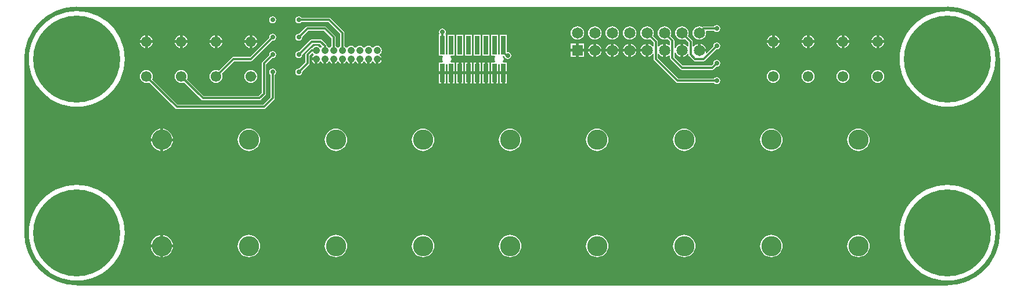
<source format=gtl>
G04*
G04 #@! TF.GenerationSoftware,Altium Limited,Altium Designer,19.1.7 (138)*
G04*
G04 Layer_Physical_Order=1*
G04 Layer_Color=255*
%FSLAX25Y25*%
%MOIN*%
G70*
G01*
G75*
%ADD12C,0.00100*%
%ADD13R,0.02913X0.10984*%
%ADD18C,0.11614*%
%ADD21C,0.01200*%
%ADD22C,0.06496*%
%ADD23R,0.06496X0.06496*%
%ADD24C,0.00394*%
%ADD25C,0.04134*%
%ADD26C,0.06102*%
%ADD27C,0.02800*%
%ADD28C,0.50000*%
G36*
X634407Y259711D02*
X637298Y259136D01*
X640119Y258280D01*
X642842Y257152D01*
X645442Y255763D01*
X647893Y254125D01*
X650171Y252255D01*
X652255Y250171D01*
X654125Y247892D01*
X655763Y245442D01*
X657152Y242842D01*
X658280Y240119D01*
X659136Y237298D01*
X659711Y234407D01*
X660000Y231474D01*
Y230000D01*
X660000D01*
X660000Y130000D01*
X660000Y128526D01*
X659711Y125593D01*
X659136Y122702D01*
X658280Y119881D01*
X657152Y117158D01*
X655763Y114558D01*
X654125Y112107D01*
X652255Y109829D01*
X650171Y107745D01*
X647893Y105875D01*
X645442Y104237D01*
X642842Y102848D01*
X640119Y101720D01*
X637298Y100864D01*
X634407Y100289D01*
X631474Y100000D01*
X630000Y100000D01*
X130000Y100000D01*
X128526Y100000D01*
X125593Y100289D01*
X122702Y100864D01*
X119881Y101720D01*
X117158Y102848D01*
X114558Y104237D01*
X112107Y105875D01*
X109829Y107745D01*
X107745Y109829D01*
X105875Y112107D01*
X104237Y114558D01*
X102848Y117158D01*
X101720Y119881D01*
X100864Y122702D01*
X100289Y125593D01*
X100000Y128526D01*
X100000Y130000D01*
X100000Y230000D01*
Y231474D01*
X100289Y234407D01*
X100864Y237298D01*
X101720Y240119D01*
X102848Y242842D01*
X104237Y245442D01*
X105875Y247892D01*
X107745Y250171D01*
X109829Y252255D01*
X112107Y254125D01*
X114558Y255763D01*
X117158Y257152D01*
X119881Y258280D01*
X122702Y259136D01*
X125593Y259711D01*
X128526Y260000D01*
X130000Y260000D01*
X130000Y260000D01*
X630000Y260000D01*
X631474D01*
X634407Y259711D01*
D02*
G37*
%LPC*%
G36*
X242500Y254539D02*
X241720Y254384D01*
X241058Y253942D01*
X240616Y253280D01*
X240461Y252500D01*
X240616Y251720D01*
X241058Y251058D01*
X241720Y250616D01*
X242500Y250461D01*
X243280Y250616D01*
X243942Y251058D01*
X244384Y251720D01*
X244539Y252500D01*
X244384Y253280D01*
X243942Y253942D01*
X243280Y254384D01*
X242500Y254539D01*
D02*
G37*
G36*
X497500Y249539D02*
X496720Y249384D01*
X496058Y248942D01*
X495912Y248724D01*
X490000D01*
X489532Y248630D01*
X489248Y248441D01*
X488505Y248749D01*
X487500Y248881D01*
X486495Y248749D01*
X485559Y248361D01*
X484756Y247744D01*
X484139Y246941D01*
X483751Y246005D01*
X483619Y245000D01*
X483751Y243995D01*
X484139Y243059D01*
X484756Y242256D01*
X485559Y241639D01*
X486495Y241251D01*
X487500Y241119D01*
X488505Y241251D01*
X489441Y241639D01*
X490244Y242256D01*
X490861Y243059D01*
X491249Y243995D01*
X491381Y245000D01*
X491279Y245777D01*
X491625Y246276D01*
X495912D01*
X496058Y246058D01*
X496720Y245616D01*
X497500Y245461D01*
X498280Y245616D01*
X498942Y246058D01*
X499384Y246720D01*
X499539Y247500D01*
X499384Y248280D01*
X498942Y248942D01*
X498280Y249384D01*
X497500Y249539D01*
D02*
G37*
G36*
X447500Y248881D02*
X446495Y248749D01*
X445559Y248361D01*
X444756Y247744D01*
X444139Y246941D01*
X443751Y246005D01*
X443619Y245000D01*
X443751Y243995D01*
X444139Y243059D01*
X444756Y242256D01*
X445559Y241639D01*
X446495Y241251D01*
X447500Y241119D01*
X448504Y241251D01*
X449441Y241639D01*
X450244Y242256D01*
X450861Y243059D01*
X451249Y243995D01*
X451381Y245000D01*
X451249Y246005D01*
X450861Y246941D01*
X450244Y247744D01*
X449441Y248361D01*
X448504Y248749D01*
X447500Y248881D01*
D02*
G37*
G36*
X437500D02*
X436495Y248749D01*
X435559Y248361D01*
X434756Y247744D01*
X434139Y246941D01*
X433751Y246005D01*
X433619Y245000D01*
X433751Y243995D01*
X434139Y243059D01*
X434756Y242256D01*
X435559Y241639D01*
X436495Y241251D01*
X437500Y241119D01*
X438505Y241251D01*
X439441Y241639D01*
X440244Y242256D01*
X440861Y243059D01*
X441249Y243995D01*
X441381Y245000D01*
X441249Y246005D01*
X440861Y246941D01*
X440244Y247744D01*
X439441Y248361D01*
X438505Y248749D01*
X437500Y248881D01*
D02*
G37*
G36*
X427500D02*
X426496Y248749D01*
X425559Y248361D01*
X424756Y247744D01*
X424139Y246941D01*
X423751Y246005D01*
X423619Y245000D01*
X423751Y243995D01*
X424139Y243059D01*
X424756Y242256D01*
X425559Y241639D01*
X426496Y241251D01*
X427500Y241119D01*
X428505Y241251D01*
X429441Y241639D01*
X430244Y242256D01*
X430861Y243059D01*
X431249Y243995D01*
X431381Y245000D01*
X431249Y246005D01*
X430861Y246941D01*
X430244Y247744D01*
X429441Y248361D01*
X428505Y248749D01*
X427500Y248881D01*
D02*
G37*
G36*
X417500D02*
X416496Y248749D01*
X415559Y248361D01*
X414756Y247744D01*
X414139Y246941D01*
X413751Y246005D01*
X413619Y245000D01*
X413751Y243995D01*
X414139Y243059D01*
X414756Y242256D01*
X415559Y241639D01*
X416496Y241251D01*
X417500Y241119D01*
X418504Y241251D01*
X419441Y241639D01*
X420244Y242256D01*
X420861Y243059D01*
X421249Y243995D01*
X421381Y245000D01*
X421249Y246005D01*
X420861Y246941D01*
X420244Y247744D01*
X419441Y248361D01*
X418504Y248749D01*
X417500Y248881D01*
D02*
G37*
G36*
X590800Y243577D02*
Y240800D01*
X593577D01*
X593557Y240953D01*
X593189Y241841D01*
X592604Y242604D01*
X591841Y243189D01*
X590953Y243557D01*
X590800Y243577D01*
D02*
G37*
G36*
X570800D02*
Y240800D01*
X573577D01*
X573557Y240953D01*
X573189Y241841D01*
X572604Y242604D01*
X571841Y243189D01*
X570953Y243557D01*
X570800Y243577D01*
D02*
G37*
G36*
X550800D02*
Y240800D01*
X553577D01*
X553557Y240953D01*
X553189Y241841D01*
X552604Y242604D01*
X551841Y243189D01*
X550953Y243557D01*
X550800Y243577D01*
D02*
G37*
G36*
X530800D02*
Y240800D01*
X533577D01*
X533557Y240953D01*
X533189Y241841D01*
X532604Y242604D01*
X531841Y243189D01*
X530953Y243557D01*
X530800Y243577D01*
D02*
G37*
G36*
X230800D02*
Y240800D01*
X233577D01*
X233557Y240953D01*
X233189Y241841D01*
X232604Y242604D01*
X231841Y243189D01*
X230953Y243557D01*
X230800Y243577D01*
D02*
G37*
G36*
X210800D02*
Y240800D01*
X213577D01*
X213557Y240953D01*
X213189Y241841D01*
X212604Y242604D01*
X211841Y243189D01*
X210953Y243557D01*
X210800Y243577D01*
D02*
G37*
G36*
X190800D02*
Y240800D01*
X193577D01*
X193557Y240953D01*
X193189Y241841D01*
X192604Y242604D01*
X191841Y243189D01*
X190953Y243557D01*
X190800Y243577D01*
D02*
G37*
G36*
X170800D02*
Y240800D01*
X173577D01*
X173557Y240953D01*
X173189Y241841D01*
X172604Y242604D01*
X171841Y243189D01*
X170953Y243557D01*
X170800Y243577D01*
D02*
G37*
G36*
X229200D02*
X229047Y243557D01*
X228159Y243189D01*
X227396Y242604D01*
X226811Y241841D01*
X226443Y240953D01*
X226423Y240800D01*
X229200D01*
Y243577D01*
D02*
G37*
G36*
X189200D02*
X189047Y243557D01*
X188159Y243189D01*
X187396Y242604D01*
X186811Y241841D01*
X186443Y240953D01*
X186423Y240800D01*
X189200D01*
Y243577D01*
D02*
G37*
G36*
X169200D02*
X169047Y243557D01*
X168159Y243189D01*
X167396Y242604D01*
X166811Y241841D01*
X166443Y240953D01*
X166423Y240800D01*
X169200D01*
Y243577D01*
D02*
G37*
G36*
X209200D02*
X209047Y243557D01*
X208159Y243189D01*
X207396Y242604D01*
X206811Y241841D01*
X206443Y240953D01*
X206423Y240800D01*
X209200D01*
Y243577D01*
D02*
G37*
G36*
X589200D02*
X589047Y243557D01*
X588159Y243189D01*
X587396Y242604D01*
X586811Y241841D01*
X586443Y240953D01*
X586423Y240800D01*
X589200D01*
Y243577D01*
D02*
G37*
G36*
X569200D02*
X569047Y243557D01*
X568159Y243189D01*
X567396Y242604D01*
X566811Y241841D01*
X566443Y240953D01*
X566423Y240800D01*
X569200D01*
Y243577D01*
D02*
G37*
G36*
X549200D02*
X549047Y243557D01*
X548159Y243189D01*
X547396Y242604D01*
X546811Y241841D01*
X546443Y240953D01*
X546423Y240800D01*
X549200D01*
Y243577D01*
D02*
G37*
G36*
X529200D02*
X529047Y243557D01*
X528159Y243189D01*
X527396Y242604D01*
X526811Y241841D01*
X526443Y240953D01*
X526423Y240800D01*
X529200D01*
Y243577D01*
D02*
G37*
G36*
X242500Y244539D02*
X241720Y244384D01*
X241058Y243942D01*
X240616Y243280D01*
X240461Y242500D01*
X240512Y242242D01*
X229493Y231224D01*
X220000D01*
X219532Y231130D01*
X219135Y230865D01*
X211571Y223301D01*
X210953Y223557D01*
X210000Y223683D01*
X209047Y223557D01*
X208159Y223189D01*
X207396Y222604D01*
X206811Y221841D01*
X206443Y220953D01*
X206317Y220000D01*
X206443Y219047D01*
X206811Y218159D01*
X207396Y217396D01*
X208159Y216811D01*
X209047Y216443D01*
X210000Y216317D01*
X210953Y216443D01*
X211841Y216811D01*
X212604Y217396D01*
X213189Y218159D01*
X213557Y219047D01*
X213683Y220000D01*
X213557Y220953D01*
X213301Y221571D01*
X220507Y228777D01*
X230000D01*
X230468Y228870D01*
X230865Y229135D01*
X242242Y240512D01*
X242500Y240461D01*
X243280Y240616D01*
X243942Y241058D01*
X244384Y241720D01*
X244539Y242500D01*
X244384Y243280D01*
X243942Y243942D01*
X243280Y244384D01*
X242500Y244539D01*
D02*
G37*
G36*
X467500Y248881D02*
X466496Y248749D01*
X465559Y248361D01*
X464756Y247744D01*
X464139Y246941D01*
X463751Y246005D01*
X463619Y245000D01*
X463751Y243995D01*
X464139Y243059D01*
X464756Y242256D01*
X465559Y241639D01*
X466496Y241251D01*
X467500Y241119D01*
X468504Y241251D01*
X469222Y241548D01*
X470724Y240045D01*
Y237896D01*
X470402Y237787D01*
X470225Y237760D01*
X469441Y238361D01*
X468504Y238749D01*
X468300Y238776D01*
Y235000D01*
Y231224D01*
X468504Y231251D01*
X469441Y231639D01*
X470225Y232240D01*
X470402Y232213D01*
X470724Y232103D01*
Y230552D01*
X470818Y230084D01*
X471083Y229687D01*
X476635Y224135D01*
X477032Y223870D01*
X477500Y223777D01*
X495000D01*
X495468Y223870D01*
X495865Y224135D01*
X497242Y225512D01*
X497500Y225461D01*
X498280Y225616D01*
X498942Y226058D01*
X499384Y226720D01*
X499539Y227500D01*
X499384Y228280D01*
X498942Y228942D01*
X498280Y229384D01*
X497500Y229539D01*
X496720Y229384D01*
X496058Y228942D01*
X495616Y228280D01*
X495461Y227500D01*
X495512Y227242D01*
X494493Y226223D01*
X478007D01*
X473172Y231059D01*
Y234566D01*
X473671Y234599D01*
X473751Y233996D01*
X474139Y233059D01*
X474756Y232256D01*
X475559Y231639D01*
X476496Y231251D01*
X476700Y231224D01*
Y235000D01*
Y238776D01*
X476496Y238749D01*
X475559Y238361D01*
X474756Y237744D01*
X474139Y236941D01*
X473751Y236004D01*
X473671Y235401D01*
X473172Y235434D01*
Y240552D01*
X473078Y241020D01*
X472813Y241417D01*
X470952Y243278D01*
X471249Y243995D01*
X471381Y245000D01*
X471249Y246005D01*
X470861Y246941D01*
X470244Y247744D01*
X469441Y248361D01*
X468504Y248749D01*
X467500Y248881D01*
D02*
G37*
G36*
X477500D02*
X476496Y248749D01*
X475559Y248361D01*
X474756Y247744D01*
X474139Y246941D01*
X473751Y246005D01*
X473619Y245000D01*
X473751Y243995D01*
X474139Y243059D01*
X474756Y242256D01*
X475559Y241639D01*
X476496Y241251D01*
X477500Y241119D01*
X478505Y241251D01*
X479222Y241548D01*
X481277Y239493D01*
Y237179D01*
X481267Y237173D01*
X480777Y237051D01*
X480244Y237744D01*
X479441Y238361D01*
X478505Y238749D01*
X478300Y238776D01*
Y235000D01*
Y231224D01*
X478505Y231251D01*
X479441Y231639D01*
X480244Y232256D01*
X480777Y232949D01*
X481267Y232827D01*
X481277Y232821D01*
Y232500D01*
X481370Y232032D01*
X481635Y231635D01*
X484135Y229135D01*
X484532Y228870D01*
X485000Y228777D01*
X490000D01*
X490468Y228870D01*
X490865Y229135D01*
X497242Y235512D01*
X497500Y235461D01*
X498280Y235616D01*
X498942Y236058D01*
X499384Y236720D01*
X499539Y237500D01*
X499384Y238280D01*
X498942Y238942D01*
X498280Y239384D01*
X497500Y239539D01*
X496720Y239384D01*
X496058Y238942D01*
X495616Y238280D01*
X495461Y237500D01*
X495512Y237242D01*
X491454Y233185D01*
X491030Y233468D01*
X491249Y233996D01*
X491276Y234200D01*
X487500D01*
Y235000D01*
X486700D01*
Y238776D01*
X486495Y238749D01*
X485559Y238361D01*
X484756Y237744D01*
X484224Y237051D01*
X483733Y237173D01*
X483723Y237179D01*
Y240000D01*
X483630Y240468D01*
X483365Y240865D01*
X480952Y243278D01*
X481249Y243995D01*
X481381Y245000D01*
X481249Y246005D01*
X480861Y246941D01*
X480244Y247744D01*
X479441Y248361D01*
X478505Y248749D01*
X477500Y248881D01*
D02*
G37*
G36*
X457500D02*
X456496Y248749D01*
X455559Y248361D01*
X454756Y247744D01*
X454139Y246941D01*
X453751Y246005D01*
X453619Y245000D01*
X453751Y243995D01*
X454139Y243059D01*
X454756Y242256D01*
X455559Y241639D01*
X456496Y241251D01*
X457500Y241119D01*
X458504Y241251D01*
X459222Y241548D01*
X461276Y239493D01*
Y237179D01*
X461267Y237173D01*
X460777Y237051D01*
X460244Y237744D01*
X459441Y238361D01*
X458504Y238749D01*
X458300Y238776D01*
Y235000D01*
Y231224D01*
X458504Y231251D01*
X459441Y231639D01*
X460244Y232256D01*
X460777Y232949D01*
X461267Y232827D01*
X461276Y232821D01*
Y230000D01*
X461370Y229532D01*
X461635Y229135D01*
X474135Y216635D01*
X474532Y216370D01*
X475000Y216277D01*
X495912D01*
X496058Y216058D01*
X496720Y215616D01*
X497500Y215461D01*
X498280Y215616D01*
X498942Y216058D01*
X499384Y216720D01*
X499539Y217500D01*
X499384Y218280D01*
X498942Y218942D01*
X498280Y219384D01*
X497500Y219539D01*
X496720Y219384D01*
X496058Y218942D01*
X495912Y218724D01*
X475507D01*
X463724Y230507D01*
Y232821D01*
X463733Y232827D01*
X464223Y232949D01*
X464756Y232256D01*
X465559Y231639D01*
X466496Y231251D01*
X466700Y231224D01*
Y235000D01*
Y238776D01*
X466496Y238749D01*
X465559Y238361D01*
X464756Y237744D01*
X464223Y237051D01*
X463733Y237173D01*
X463724Y237179D01*
Y240000D01*
X463630Y240468D01*
X463365Y240865D01*
X460952Y243278D01*
X461249Y243995D01*
X461381Y245000D01*
X461249Y246005D01*
X460861Y246941D01*
X460244Y247744D01*
X459441Y248361D01*
X458504Y248749D01*
X457500Y248881D01*
D02*
G37*
G36*
X257500Y254539D02*
X256720Y254384D01*
X256058Y253942D01*
X255616Y253280D01*
X255461Y252500D01*
X255616Y251720D01*
X256058Y251058D01*
X256720Y250616D01*
X257500Y250461D01*
X258280Y250616D01*
X258942Y251058D01*
X259088Y251276D01*
X274493D01*
X281276Y244493D01*
Y237380D01*
X281155Y237330D01*
X280598Y236902D01*
X280300Y236514D01*
X280198Y236478D01*
X279802D01*
X279699Y236514D01*
X279402Y236902D01*
X278845Y237330D01*
X278724Y237380D01*
Y242500D01*
X278630Y242968D01*
X278365Y243365D01*
X273365Y248365D01*
X272968Y248630D01*
X272500Y248724D01*
X262500D01*
X262032Y248630D01*
X261635Y248365D01*
X257758Y244488D01*
X257500Y244539D01*
X256720Y244384D01*
X256058Y243942D01*
X255616Y243280D01*
X255461Y242500D01*
X255616Y241720D01*
X256058Y241058D01*
X256720Y240616D01*
X257500Y240461D01*
X258280Y240616D01*
X258942Y241058D01*
X259384Y241720D01*
X259539Y242500D01*
X259488Y242758D01*
X263007Y246276D01*
X271993D01*
X276276Y241993D01*
Y237380D01*
X276155Y237330D01*
X275598Y236902D01*
X275301Y236514D01*
X275198Y236478D01*
X274802D01*
X274699Y236514D01*
X274402Y236902D01*
X273845Y237330D01*
X273724Y237380D01*
Y237500D01*
X273630Y237968D01*
X273365Y238365D01*
X270865Y240865D01*
X270468Y241130D01*
X270000Y241224D01*
X265000D01*
X264532Y241130D01*
X264135Y240865D01*
X257758Y234488D01*
X257500Y234539D01*
X256720Y234384D01*
X256058Y233942D01*
X255616Y233280D01*
X255461Y232500D01*
X255616Y231720D01*
X256058Y231058D01*
X256720Y230616D01*
X257500Y230461D01*
X258280Y230616D01*
X258942Y231058D01*
X259384Y231720D01*
X259539Y232500D01*
X259488Y232758D01*
X265507Y238776D01*
X269493D01*
X270765Y237504D01*
X270733Y237005D01*
X270598Y236902D01*
X270301Y236514D01*
X270198Y236478D01*
X269802D01*
X269700Y236514D01*
X269402Y236902D01*
X268845Y237330D01*
X268196Y237598D01*
X267500Y237690D01*
X266804Y237598D01*
X266155Y237330D01*
X265598Y236902D01*
X265170Y236345D01*
X265120Y236224D01*
X265000D01*
X264532Y236130D01*
X264135Y235865D01*
X261635Y233365D01*
X261370Y232968D01*
X261277Y232500D01*
Y228007D01*
X257758Y224488D01*
X257500Y224539D01*
X256720Y224384D01*
X256058Y223942D01*
X255616Y223280D01*
X255461Y222500D01*
X255616Y221720D01*
X256058Y221058D01*
X256720Y220616D01*
X257500Y220461D01*
X258280Y220616D01*
X258942Y221058D01*
X259384Y221720D01*
X259539Y222500D01*
X259488Y222758D01*
X263365Y226635D01*
X263630Y227032D01*
X263723Y227500D01*
Y231993D01*
X264996Y233265D01*
X265495Y233233D01*
X265598Y233098D01*
X265985Y232801D01*
X266022Y232698D01*
Y232302D01*
X265985Y232200D01*
X265598Y231902D01*
X265170Y231345D01*
X264945Y230800D01*
X267500D01*
Y230000D01*
X268300D01*
Y227445D01*
X268845Y227670D01*
X269402Y228098D01*
X269700Y228485D01*
X269802Y228522D01*
X270198D01*
X270301Y228485D01*
X270598Y228098D01*
X271155Y227670D01*
X271700Y227445D01*
Y230000D01*
X273300D01*
Y227445D01*
X273845Y227670D01*
X274402Y228098D01*
X274699Y228485D01*
X274802Y228522D01*
X275198D01*
X275301Y228485D01*
X275598Y228098D01*
X276155Y227670D01*
X276700Y227445D01*
Y230000D01*
X278300D01*
Y227445D01*
X278845Y227670D01*
X279402Y228098D01*
X279699Y228485D01*
X279802Y228522D01*
X280198D01*
X280300Y228485D01*
X280598Y228098D01*
X281155Y227670D01*
X281700Y227445D01*
Y230000D01*
X283300D01*
Y227445D01*
X283845Y227670D01*
X284402Y228098D01*
X284700Y228485D01*
X284802Y228522D01*
X285198D01*
X285300Y228485D01*
X285598Y228098D01*
X286155Y227670D01*
X286700Y227445D01*
Y230000D01*
X288300D01*
Y227445D01*
X288845Y227670D01*
X289402Y228098D01*
X289700Y228485D01*
X289802Y228522D01*
X290198D01*
X290300Y228485D01*
X290598Y228098D01*
X291155Y227670D01*
X291700Y227445D01*
Y230000D01*
X293300D01*
Y227445D01*
X293845Y227670D01*
X294402Y228098D01*
X294700Y228485D01*
X294802Y228522D01*
X295198D01*
X295301Y228485D01*
X295598Y228098D01*
X296155Y227670D01*
X296700Y227445D01*
Y230000D01*
X298300D01*
Y227445D01*
X298845Y227670D01*
X299402Y228098D01*
X299699Y228485D01*
X299802Y228522D01*
X300198D01*
X300301Y228485D01*
X300598Y228098D01*
X301155Y227670D01*
X301700Y227445D01*
Y230000D01*
X302500D01*
Y230800D01*
X305055D01*
X304830Y231345D01*
X304402Y231902D01*
X304014Y232200D01*
X303978Y232302D01*
Y232698D01*
X304014Y232801D01*
X304402Y233098D01*
X304830Y233655D01*
X305098Y234304D01*
X305190Y235000D01*
X305098Y235696D01*
X304830Y236345D01*
X304402Y236902D01*
X303845Y237330D01*
X303196Y237598D01*
X302500Y237690D01*
X301804Y237598D01*
X301155Y237330D01*
X300598Y236902D01*
X300301Y236514D01*
X300198Y236478D01*
X299802D01*
X299699Y236514D01*
X299402Y236902D01*
X298845Y237330D01*
X298196Y237598D01*
X297500Y237690D01*
X296804Y237598D01*
X296155Y237330D01*
X295598Y236902D01*
X295301Y236514D01*
X295198Y236478D01*
X294802D01*
X294700Y236514D01*
X294402Y236902D01*
X293845Y237330D01*
X293196Y237598D01*
X292500Y237690D01*
X291804Y237598D01*
X291155Y237330D01*
X290598Y236902D01*
X290300Y236514D01*
X290198Y236478D01*
X289802D01*
X289700Y236514D01*
X289402Y236902D01*
X288845Y237330D01*
X288196Y237598D01*
X287500Y237690D01*
X286804Y237598D01*
X286155Y237330D01*
X285598Y236902D01*
X285300Y236514D01*
X285198Y236478D01*
X284802D01*
X284700Y236514D01*
X284402Y236902D01*
X283845Y237330D01*
X283723Y237380D01*
Y245000D01*
X283630Y245468D01*
X283365Y245865D01*
X275865Y253365D01*
X275468Y253630D01*
X275000Y253724D01*
X259088D01*
X258942Y253942D01*
X258280Y254384D01*
X257500Y254539D01*
D02*
G37*
G36*
X573577Y239200D02*
X570800D01*
Y236423D01*
X570953Y236443D01*
X571841Y236811D01*
X572604Y237396D01*
X573189Y238159D01*
X573557Y239047D01*
X573577Y239200D01*
D02*
G37*
G36*
X553577D02*
X550800D01*
Y236423D01*
X550953Y236443D01*
X551841Y236811D01*
X552604Y237396D01*
X553189Y238159D01*
X553557Y239047D01*
X553577Y239200D01*
D02*
G37*
G36*
X533577D02*
X530800D01*
Y236423D01*
X530953Y236443D01*
X531841Y236811D01*
X532604Y237396D01*
X533189Y238159D01*
X533557Y239047D01*
X533577Y239200D01*
D02*
G37*
G36*
X213577D02*
X210800D01*
Y236423D01*
X210953Y236443D01*
X211841Y236811D01*
X212604Y237396D01*
X213189Y238159D01*
X213557Y239047D01*
X213577Y239200D01*
D02*
G37*
G36*
X173577D02*
X170800D01*
Y236423D01*
X170953Y236443D01*
X171841Y236811D01*
X172604Y237396D01*
X173189Y238159D01*
X173557Y239047D01*
X173577Y239200D01*
D02*
G37*
G36*
X233577D02*
X230800D01*
Y236423D01*
X230953Y236443D01*
X231841Y236811D01*
X232604Y237396D01*
X233189Y238159D01*
X233557Y239047D01*
X233577Y239200D01*
D02*
G37*
G36*
X193577D02*
X190800D01*
Y236423D01*
X190953Y236443D01*
X191841Y236811D01*
X192604Y237396D01*
X193189Y238159D01*
X193557Y239047D01*
X193577Y239200D01*
D02*
G37*
G36*
X593577D02*
X590800D01*
Y236423D01*
X590953Y236443D01*
X591841Y236811D01*
X592604Y237396D01*
X593189Y238159D01*
X593557Y239047D01*
X593577Y239200D01*
D02*
G37*
G36*
X229200D02*
X226423D01*
X226443Y239047D01*
X226811Y238159D01*
X227396Y237396D01*
X228159Y236811D01*
X229047Y236443D01*
X229200Y236423D01*
Y239200D01*
D02*
G37*
G36*
X189200D02*
X186423D01*
X186443Y239047D01*
X186811Y238159D01*
X187396Y237396D01*
X188159Y236811D01*
X189047Y236443D01*
X189200Y236423D01*
Y239200D01*
D02*
G37*
G36*
X589200D02*
X586423D01*
X586443Y239047D01*
X586811Y238159D01*
X587396Y237396D01*
X588159Y236811D01*
X589047Y236443D01*
X589200Y236423D01*
Y239200D01*
D02*
G37*
G36*
X209200D02*
X206423D01*
X206443Y239047D01*
X206811Y238159D01*
X207396Y237396D01*
X208159Y236811D01*
X209047Y236443D01*
X209200Y236423D01*
Y239200D01*
D02*
G37*
G36*
X169200D02*
X166423D01*
X166443Y239047D01*
X166811Y238159D01*
X167396Y237396D01*
X168159Y236811D01*
X169047Y236443D01*
X169200Y236423D01*
Y239200D01*
D02*
G37*
G36*
X569200D02*
X566423D01*
X566443Y239047D01*
X566811Y238159D01*
X567396Y237396D01*
X568159Y236811D01*
X569047Y236443D01*
X569200Y236423D01*
Y239200D01*
D02*
G37*
G36*
X549200D02*
X546423D01*
X546443Y239047D01*
X546811Y238159D01*
X547396Y237396D01*
X548159Y236811D01*
X549047Y236443D01*
X549200Y236423D01*
Y239200D01*
D02*
G37*
G36*
X529200D02*
X526423D01*
X526443Y239047D01*
X526811Y238159D01*
X527396Y237396D01*
X528159Y236811D01*
X529047Y236443D01*
X529200Y236423D01*
Y239200D01*
D02*
G37*
G36*
X488300Y238776D02*
Y235800D01*
X491276D01*
X491249Y236004D01*
X490861Y236941D01*
X490244Y237744D01*
X489441Y238361D01*
X488505Y238749D01*
X488300Y238776D01*
D02*
G37*
G36*
X456700D02*
X456496Y238749D01*
X455559Y238361D01*
X454756Y237744D01*
X454139Y236941D01*
X453751Y236004D01*
X453724Y235800D01*
X456700D01*
Y238776D01*
D02*
G37*
G36*
X448300D02*
Y235800D01*
X451276D01*
X451249Y236004D01*
X450861Y236941D01*
X450244Y237744D01*
X449441Y238361D01*
X448504Y238749D01*
X448300Y238776D01*
D02*
G37*
G36*
X446700D02*
X446495Y238749D01*
X445559Y238361D01*
X444756Y237744D01*
X444139Y236941D01*
X443751Y236004D01*
X443724Y235800D01*
X446700D01*
Y238776D01*
D02*
G37*
G36*
X438300D02*
Y235800D01*
X441276D01*
X441249Y236004D01*
X440861Y236941D01*
X440244Y237744D01*
X439441Y238361D01*
X438505Y238749D01*
X438300Y238776D01*
D02*
G37*
G36*
X436700D02*
X436495Y238749D01*
X435559Y238361D01*
X434756Y237744D01*
X434139Y236941D01*
X433751Y236004D01*
X433724Y235800D01*
X436700D01*
Y238776D01*
D02*
G37*
G36*
X428300D02*
Y235800D01*
X431276D01*
X431249Y236004D01*
X430861Y236941D01*
X430244Y237744D01*
X429441Y238361D01*
X428505Y238749D01*
X428300Y238776D01*
D02*
G37*
G36*
X426700D02*
X426496Y238749D01*
X425559Y238361D01*
X424756Y237744D01*
X424139Y236941D01*
X423751Y236004D01*
X423724Y235800D01*
X426700D01*
Y238776D01*
D02*
G37*
G36*
X421348Y238848D02*
X418300D01*
Y235800D01*
X421348D01*
Y238848D01*
D02*
G37*
G36*
X416700D02*
X413652D01*
Y235800D01*
X416700D01*
Y238848D01*
D02*
G37*
G36*
X377057Y244104D02*
X372943D01*
Y232951D01*
X372567Y232622D01*
X372500Y232630D01*
X372433Y232622D01*
X372057Y232951D01*
Y244104D01*
X367943D01*
Y231920D01*
X370056D01*
X370302Y231420D01*
X370222Y231315D01*
X369959Y230681D01*
X369870Y230000D01*
X369959Y229319D01*
X370222Y228685D01*
X370302Y228580D01*
X370056Y228080D01*
X367943D01*
Y222788D01*
X372057D01*
Y227049D01*
X372433Y227379D01*
X372500Y227370D01*
X372567Y227379D01*
X372943Y227049D01*
Y222788D01*
X377057D01*
Y228080D01*
X374944D01*
X374698Y228580D01*
X374778Y228685D01*
X375041Y229319D01*
X375130Y230000D01*
X375041Y230681D01*
X374778Y231315D01*
X374755Y231345D01*
X374966Y231799D01*
X375402Y231844D01*
X375514Y231732D01*
X375616Y231220D01*
X376058Y230558D01*
X376720Y230116D01*
X377500Y229961D01*
X378280Y230116D01*
X378942Y230558D01*
X379384Y231220D01*
X379539Y232000D01*
X379384Y232780D01*
X378942Y233442D01*
X378280Y233884D01*
X377500Y234039D01*
X377443Y234028D01*
X377057Y234345D01*
Y244104D01*
D02*
G37*
G36*
X367057D02*
X362943D01*
Y231920D01*
X367057D01*
Y244104D01*
D02*
G37*
G36*
X362057D02*
X357943D01*
Y231920D01*
X362057D01*
Y244104D01*
D02*
G37*
G36*
X357057D02*
X352943D01*
Y231920D01*
X357057D01*
Y244104D01*
D02*
G37*
G36*
X352057D02*
X347943D01*
Y231920D01*
X352057D01*
Y244104D01*
D02*
G37*
G36*
X456700Y234200D02*
X453724D01*
X453751Y233996D01*
X454139Y233059D01*
X454756Y232256D01*
X455559Y231639D01*
X456496Y231251D01*
X456700Y231224D01*
Y234200D01*
D02*
G37*
G36*
X451276D02*
X448300D01*
Y231224D01*
X448504Y231251D01*
X449441Y231639D01*
X450244Y232256D01*
X450861Y233059D01*
X451249Y233996D01*
X451276Y234200D01*
D02*
G37*
G36*
X446700D02*
X443724D01*
X443751Y233996D01*
X444139Y233059D01*
X444756Y232256D01*
X445559Y231639D01*
X446495Y231251D01*
X446700Y231224D01*
Y234200D01*
D02*
G37*
G36*
X441276D02*
X438300D01*
Y231224D01*
X438505Y231251D01*
X439441Y231639D01*
X440244Y232256D01*
X440861Y233059D01*
X441249Y233996D01*
X441276Y234200D01*
D02*
G37*
G36*
X436700D02*
X433724D01*
X433751Y233996D01*
X434139Y233059D01*
X434756Y232256D01*
X435559Y231639D01*
X436495Y231251D01*
X436700Y231224D01*
Y234200D01*
D02*
G37*
G36*
X431276D02*
X428300D01*
Y231224D01*
X428505Y231251D01*
X429441Y231639D01*
X430244Y232256D01*
X430861Y233059D01*
X431249Y233996D01*
X431276Y234200D01*
D02*
G37*
G36*
X426700D02*
X423724D01*
X423751Y233996D01*
X424139Y233059D01*
X424756Y232256D01*
X425559Y231639D01*
X426496Y231251D01*
X426700Y231224D01*
Y234200D01*
D02*
G37*
G36*
X421348D02*
X418300D01*
Y231152D01*
X421348D01*
Y234200D01*
D02*
G37*
G36*
X416700D02*
X413652D01*
Y231152D01*
X416700D01*
Y234200D01*
D02*
G37*
G36*
X242500Y234539D02*
X241720Y234384D01*
X241058Y233942D01*
X240616Y233280D01*
X240461Y232500D01*
X240512Y232242D01*
X236635Y228365D01*
X236370Y227968D01*
X236277Y227500D01*
Y210507D01*
X234493Y208723D01*
X203007D01*
X193301Y218429D01*
X193557Y219047D01*
X193683Y220000D01*
X193557Y220953D01*
X193189Y221841D01*
X192604Y222604D01*
X191841Y223189D01*
X190953Y223557D01*
X190000Y223683D01*
X189047Y223557D01*
X188159Y223189D01*
X187396Y222604D01*
X186811Y221841D01*
X186443Y220953D01*
X186317Y220000D01*
X186443Y219047D01*
X186811Y218159D01*
X187396Y217396D01*
X188159Y216811D01*
X189047Y216443D01*
X190000Y216317D01*
X190953Y216443D01*
X191571Y216699D01*
X201635Y206635D01*
X202032Y206370D01*
X202500Y206276D01*
X235000D01*
X235468Y206370D01*
X235865Y206635D01*
X238365Y209135D01*
X238630Y209532D01*
X238723Y210000D01*
Y226993D01*
X242242Y230512D01*
X242500Y230461D01*
X243280Y230616D01*
X243942Y231058D01*
X244384Y231720D01*
X244539Y232500D01*
X244384Y233280D01*
X243942Y233942D01*
X243280Y234384D01*
X242500Y234539D01*
D02*
G37*
G36*
X305055Y229200D02*
X303300D01*
Y227445D01*
X303845Y227670D01*
X304402Y228098D01*
X304830Y228655D01*
X305055Y229200D01*
D02*
G37*
G36*
X266700D02*
X264945D01*
X265170Y228655D01*
X265598Y228098D01*
X266155Y227670D01*
X266700Y227445D01*
Y229200D01*
D02*
G37*
G36*
X367057Y228080D02*
X365800D01*
Y222788D01*
X367057D01*
Y228080D01*
D02*
G37*
G36*
X364200D02*
X362943D01*
Y222788D01*
X364200D01*
Y228080D01*
D02*
G37*
G36*
X362057D02*
X360800D01*
Y222788D01*
X362057D01*
Y228080D01*
D02*
G37*
G36*
X359200D02*
X357943D01*
Y222788D01*
X359200D01*
Y228080D01*
D02*
G37*
G36*
X357057D02*
X355800D01*
Y222788D01*
X357057D01*
Y228080D01*
D02*
G37*
G36*
X354200D02*
X352943D01*
Y222788D01*
X354200D01*
Y228080D01*
D02*
G37*
G36*
X352057D02*
X350800D01*
Y222788D01*
X352057D01*
Y228080D01*
D02*
G37*
G36*
X349200D02*
X347943D01*
Y222788D01*
X349200D01*
Y228080D01*
D02*
G37*
G36*
X340000Y247539D02*
X339220Y247384D01*
X338558Y246942D01*
X338116Y246280D01*
X337961Y245500D01*
X338116Y244720D01*
X338233Y244545D01*
X337997Y244104D01*
X337943D01*
Y231920D01*
X340056D01*
X340302Y231420D01*
X340222Y231315D01*
X339959Y230681D01*
X339870Y230000D01*
X339959Y229319D01*
X340222Y228685D01*
X340302Y228580D01*
X340056Y228080D01*
X337943D01*
Y222788D01*
X342057D01*
Y227049D01*
X342433Y227379D01*
X342500Y227370D01*
X342567Y227379D01*
X342943Y227049D01*
Y222788D01*
X347057D01*
Y228080D01*
X344944D01*
X344698Y228580D01*
X344778Y228685D01*
X345041Y229319D01*
X345130Y230000D01*
X345041Y230681D01*
X344778Y231315D01*
X344698Y231420D01*
X344944Y231920D01*
X347057D01*
Y244104D01*
X342943D01*
Y232951D01*
X342567Y232622D01*
X342500Y232630D01*
X342433Y232622D01*
X342057Y232951D01*
Y244104D01*
X342003D01*
X341767Y244545D01*
X341884Y244720D01*
X342039Y245500D01*
X341884Y246280D01*
X341442Y246942D01*
X340780Y247384D01*
X340000Y247539D01*
D02*
G37*
G36*
X590000Y223683D02*
X589047Y223557D01*
X588159Y223189D01*
X587396Y222604D01*
X586811Y221841D01*
X586443Y220953D01*
X586317Y220000D01*
X586443Y219047D01*
X586811Y218159D01*
X587396Y217396D01*
X588159Y216811D01*
X589047Y216443D01*
X590000Y216317D01*
X590953Y216443D01*
X591841Y216811D01*
X592604Y217396D01*
X593189Y218159D01*
X593557Y219047D01*
X593683Y220000D01*
X593557Y220953D01*
X593189Y221841D01*
X592604Y222604D01*
X591841Y223189D01*
X590953Y223557D01*
X590000Y223683D01*
D02*
G37*
G36*
X570000D02*
X569047Y223557D01*
X568159Y223189D01*
X567396Y222604D01*
X566811Y221841D01*
X566443Y220953D01*
X566317Y220000D01*
X566443Y219047D01*
X566811Y218159D01*
X567396Y217396D01*
X568159Y216811D01*
X569047Y216443D01*
X570000Y216317D01*
X570953Y216443D01*
X571841Y216811D01*
X572604Y217396D01*
X573189Y218159D01*
X573557Y219047D01*
X573683Y220000D01*
X573557Y220953D01*
X573189Y221841D01*
X572604Y222604D01*
X571841Y223189D01*
X570953Y223557D01*
X570000Y223683D01*
D02*
G37*
G36*
X550000D02*
X549047Y223557D01*
X548159Y223189D01*
X547396Y222604D01*
X546811Y221841D01*
X546443Y220953D01*
X546317Y220000D01*
X546443Y219047D01*
X546811Y218159D01*
X547396Y217396D01*
X548159Y216811D01*
X549047Y216443D01*
X550000Y216317D01*
X550953Y216443D01*
X551841Y216811D01*
X552604Y217396D01*
X553189Y218159D01*
X553557Y219047D01*
X553683Y220000D01*
X553557Y220953D01*
X553189Y221841D01*
X552604Y222604D01*
X551841Y223189D01*
X550953Y223557D01*
X550000Y223683D01*
D02*
G37*
G36*
X530000D02*
X529047Y223557D01*
X528159Y223189D01*
X527396Y222604D01*
X526811Y221841D01*
X526443Y220953D01*
X526317Y220000D01*
X526443Y219047D01*
X526811Y218159D01*
X527396Y217396D01*
X528159Y216811D01*
X529047Y216443D01*
X530000Y216317D01*
X530953Y216443D01*
X531841Y216811D01*
X532604Y217396D01*
X533189Y218159D01*
X533557Y219047D01*
X533683Y220000D01*
X533557Y220953D01*
X533189Y221841D01*
X532604Y222604D01*
X531841Y223189D01*
X530953Y223557D01*
X530000Y223683D01*
D02*
G37*
G36*
X230000D02*
X229047Y223557D01*
X228159Y223189D01*
X227396Y222604D01*
X226811Y221841D01*
X226443Y220953D01*
X226317Y220000D01*
X226443Y219047D01*
X226811Y218159D01*
X227396Y217396D01*
X228159Y216811D01*
X229047Y216443D01*
X230000Y216317D01*
X230953Y216443D01*
X231841Y216811D01*
X232604Y217396D01*
X233189Y218159D01*
X233557Y219047D01*
X233619Y219514D01*
X233630Y219532D01*
X233723Y220000D01*
X233630Y220468D01*
X233619Y220486D01*
X233557Y220953D01*
X233189Y221841D01*
X232604Y222604D01*
X231841Y223189D01*
X230953Y223557D01*
X230000Y223683D01*
D02*
G37*
G36*
X377057Y221188D02*
X375800D01*
Y215896D01*
X377057D01*
Y221188D01*
D02*
G37*
G36*
X374200D02*
X372943D01*
Y215896D01*
X374200D01*
Y221188D01*
D02*
G37*
G36*
X372057D02*
X370800D01*
Y215896D01*
X372057D01*
Y221188D01*
D02*
G37*
G36*
X369200D02*
X367943D01*
Y215896D01*
X369200D01*
Y221188D01*
D02*
G37*
G36*
X367057D02*
X365800D01*
Y215896D01*
X367057D01*
Y221188D01*
D02*
G37*
G36*
X364200D02*
X362943D01*
Y215896D01*
X364200D01*
Y221188D01*
D02*
G37*
G36*
X362057D02*
X360800D01*
Y215896D01*
X362057D01*
Y221188D01*
D02*
G37*
G36*
X359200D02*
X357943D01*
Y215896D01*
X359200D01*
Y221188D01*
D02*
G37*
G36*
X357057D02*
X355800D01*
Y215896D01*
X357057D01*
Y221188D01*
D02*
G37*
G36*
X354200D02*
X352943D01*
Y215896D01*
X354200D01*
Y221188D01*
D02*
G37*
G36*
X352057D02*
X350800D01*
Y215896D01*
X352057D01*
Y221188D01*
D02*
G37*
G36*
X349200D02*
X347943D01*
Y215896D01*
X349200D01*
Y221188D01*
D02*
G37*
G36*
X347057D02*
X345800D01*
Y215896D01*
X347057D01*
Y221188D01*
D02*
G37*
G36*
X344200D02*
X342943D01*
Y215896D01*
X344200D01*
Y221188D01*
D02*
G37*
G36*
X342057D02*
X340800D01*
Y215896D01*
X342057D01*
Y221188D01*
D02*
G37*
G36*
X339200D02*
X337943D01*
Y215896D01*
X339200D01*
Y221188D01*
D02*
G37*
G36*
X242500Y224539D02*
X241720Y224384D01*
X241058Y223942D01*
X240616Y223280D01*
X240461Y222500D01*
X240616Y221720D01*
X241058Y221058D01*
X241277Y220912D01*
Y208007D01*
X236993Y203724D01*
X188007D01*
X173301Y218429D01*
X173557Y219047D01*
X173683Y220000D01*
X173557Y220953D01*
X173189Y221841D01*
X172604Y222604D01*
X171841Y223189D01*
X170953Y223557D01*
X170000Y223683D01*
X169047Y223557D01*
X168159Y223189D01*
X167396Y222604D01*
X166811Y221841D01*
X166443Y220953D01*
X166317Y220000D01*
X166443Y219047D01*
X166811Y218159D01*
X167396Y217396D01*
X168159Y216811D01*
X169047Y216443D01*
X170000Y216317D01*
X170953Y216443D01*
X171571Y216699D01*
X186635Y201635D01*
X187032Y201370D01*
X187500Y201276D01*
X237500D01*
X237968Y201370D01*
X238365Y201635D01*
X243365Y206635D01*
X243630Y207032D01*
X243724Y207500D01*
Y220912D01*
X243942Y221058D01*
X244384Y221720D01*
X244539Y222500D01*
X244384Y223280D01*
X243942Y223942D01*
X243280Y224384D01*
X242500Y224539D01*
D02*
G37*
G36*
X630000Y257543D02*
X626916Y257370D01*
X623871Y256853D01*
X620903Y255998D01*
X618049Y254816D01*
X615346Y253322D01*
X612827Y251534D01*
X610524Y249476D01*
X608466Y247173D01*
X606678Y244654D01*
X605184Y241951D01*
X604002Y239097D01*
X603147Y236129D01*
X602630Y233084D01*
X602457Y230000D01*
X602630Y226916D01*
X603147Y223871D01*
X604002Y220903D01*
X605184Y218049D01*
X606678Y215346D01*
X608466Y212827D01*
X610524Y210524D01*
X612827Y208466D01*
X615346Y206678D01*
X618049Y205184D01*
X620903Y204002D01*
X623871Y203147D01*
X626916Y202630D01*
X630000Y202457D01*
X633084Y202630D01*
X636129Y203147D01*
X639097Y204002D01*
X641951Y205184D01*
X644654Y206678D01*
X647173Y208466D01*
X649476Y210524D01*
X651534Y212827D01*
X653322Y215346D01*
X654816Y218049D01*
X655998Y220903D01*
X656853Y223871D01*
X657370Y226916D01*
X657543Y230000D01*
X657370Y233084D01*
X656853Y236129D01*
X655998Y239097D01*
X654816Y241951D01*
X653322Y244654D01*
X651534Y247173D01*
X649476Y249476D01*
X647173Y251534D01*
X644654Y253322D01*
X641951Y254816D01*
X639097Y255998D01*
X636129Y256853D01*
X633084Y257370D01*
X630000Y257543D01*
D02*
G37*
G36*
X130000D02*
X126916Y257370D01*
X123871Y256853D01*
X120903Y255998D01*
X118049Y254816D01*
X115346Y253322D01*
X112827Y251534D01*
X110524Y249476D01*
X108466Y247173D01*
X106678Y244654D01*
X105184Y241951D01*
X104002Y239097D01*
X103147Y236129D01*
X102630Y233084D01*
X102457Y230000D01*
X102630Y226916D01*
X103147Y223871D01*
X104002Y220903D01*
X105184Y218049D01*
X106678Y215346D01*
X108466Y212827D01*
X110524Y210524D01*
X112827Y208466D01*
X115346Y206678D01*
X118049Y205184D01*
X120903Y204002D01*
X123871Y203147D01*
X126916Y202630D01*
X130000Y202457D01*
X133084Y202630D01*
X136129Y203147D01*
X139097Y204002D01*
X141951Y205184D01*
X144654Y206678D01*
X147173Y208466D01*
X149476Y210524D01*
X151534Y212827D01*
X153322Y215346D01*
X154816Y218049D01*
X155998Y220903D01*
X156853Y223871D01*
X157370Y226916D01*
X157543Y230000D01*
X157370Y233084D01*
X156853Y236129D01*
X155998Y239097D01*
X154816Y241951D01*
X153322Y244654D01*
X151534Y247173D01*
X149476Y249476D01*
X147173Y251534D01*
X144654Y253322D01*
X141951Y254816D01*
X139097Y255998D01*
X136129Y256853D01*
X133084Y257370D01*
X130000Y257543D01*
D02*
G37*
G36*
X179619Y189824D02*
Y184265D01*
X185178D01*
X185133Y184721D01*
X184767Y185928D01*
X184172Y187041D01*
X183371Y188017D01*
X182396Y188818D01*
X181283Y189413D01*
X180075Y189779D01*
X179619Y189824D01*
D02*
G37*
G36*
X178019Y189824D02*
X177563Y189779D01*
X176355Y189413D01*
X175242Y188818D01*
X174267Y188017D01*
X173466Y187041D01*
X172871Y185928D01*
X172504Y184721D01*
X172460Y184265D01*
X178019D01*
Y189824D01*
D02*
G37*
G36*
Y182665D02*
X172460D01*
X172504Y182209D01*
X172871Y181001D01*
X173466Y179888D01*
X174267Y178912D01*
X175242Y178112D01*
X176355Y177517D01*
X177563Y177150D01*
X178019Y177105D01*
Y182665D01*
D02*
G37*
G36*
X185178D02*
X179619D01*
Y177105D01*
X180075Y177150D01*
X181283Y177517D01*
X182396Y178112D01*
X183371Y178912D01*
X184172Y179888D01*
X184767Y181001D01*
X185133Y182209D01*
X185178Y182665D01*
D02*
G37*
G36*
X578819Y189903D02*
X577563Y189779D01*
X576355Y189413D01*
X575242Y188818D01*
X574266Y188017D01*
X573466Y187041D01*
X572871Y185928D01*
X572505Y184721D01*
X572381Y183465D01*
X572505Y182209D01*
X572871Y181001D01*
X573466Y179888D01*
X574266Y178912D01*
X575242Y178112D01*
X576355Y177517D01*
X577563Y177150D01*
X578819Y177026D01*
X580075Y177150D01*
X581283Y177517D01*
X582396Y178112D01*
X583371Y178912D01*
X584172Y179888D01*
X584767Y181001D01*
X585133Y182209D01*
X585257Y183465D01*
X585133Y184721D01*
X584767Y185928D01*
X584172Y187041D01*
X583371Y188017D01*
X582396Y188818D01*
X581283Y189413D01*
X580075Y189779D01*
X578819Y189903D01*
D02*
G37*
G36*
X528819D02*
X527563Y189779D01*
X526355Y189413D01*
X525242Y188818D01*
X524266Y188017D01*
X523466Y187041D01*
X522871Y185928D01*
X522505Y184721D01*
X522381Y183465D01*
X522505Y182209D01*
X522871Y181001D01*
X523466Y179888D01*
X524266Y178912D01*
X525242Y178112D01*
X526355Y177517D01*
X527563Y177150D01*
X528819Y177026D01*
X530075Y177150D01*
X531283Y177517D01*
X532396Y178112D01*
X533371Y178912D01*
X534172Y179888D01*
X534767Y181001D01*
X535133Y182209D01*
X535257Y183465D01*
X535133Y184721D01*
X534767Y185928D01*
X534172Y187041D01*
X533371Y188017D01*
X532396Y188818D01*
X531283Y189413D01*
X530075Y189779D01*
X528819Y189903D01*
D02*
G37*
G36*
X478819D02*
X477563Y189779D01*
X476355Y189413D01*
X475242Y188818D01*
X474266Y188017D01*
X473466Y187041D01*
X472871Y185928D01*
X472505Y184721D01*
X472381Y183465D01*
X472505Y182209D01*
X472871Y181001D01*
X473466Y179888D01*
X474266Y178912D01*
X475242Y178112D01*
X476355Y177517D01*
X477563Y177150D01*
X478819Y177026D01*
X480075Y177150D01*
X481283Y177517D01*
X482396Y178112D01*
X483371Y178912D01*
X484172Y179888D01*
X484767Y181001D01*
X485133Y182209D01*
X485257Y183465D01*
X485133Y184721D01*
X484767Y185928D01*
X484172Y187041D01*
X483371Y188017D01*
X482396Y188818D01*
X481283Y189413D01*
X480075Y189779D01*
X478819Y189903D01*
D02*
G37*
G36*
X428819D02*
X427563Y189779D01*
X426355Y189413D01*
X425242Y188818D01*
X424266Y188017D01*
X423466Y187041D01*
X422871Y185928D01*
X422505Y184721D01*
X422381Y183465D01*
X422505Y182209D01*
X422871Y181001D01*
X423466Y179888D01*
X424266Y178912D01*
X425242Y178112D01*
X426355Y177517D01*
X427563Y177150D01*
X428819Y177026D01*
X430075Y177150D01*
X431283Y177517D01*
X432396Y178112D01*
X433371Y178912D01*
X434172Y179888D01*
X434767Y181001D01*
X435133Y182209D01*
X435257Y183465D01*
X435133Y184721D01*
X434767Y185928D01*
X434172Y187041D01*
X433371Y188017D01*
X432396Y188818D01*
X431283Y189413D01*
X430075Y189779D01*
X428819Y189903D01*
D02*
G37*
G36*
X378819D02*
X377563Y189779D01*
X376355Y189413D01*
X375242Y188818D01*
X374267Y188017D01*
X373466Y187041D01*
X372871Y185928D01*
X372504Y184721D01*
X372381Y183465D01*
X372504Y182209D01*
X372871Y181001D01*
X373466Y179888D01*
X374267Y178912D01*
X375242Y178112D01*
X376355Y177517D01*
X377563Y177150D01*
X378819Y177026D01*
X380075Y177150D01*
X381283Y177517D01*
X382396Y178112D01*
X383371Y178912D01*
X384172Y179888D01*
X384767Y181001D01*
X385133Y182209D01*
X385257Y183465D01*
X385133Y184721D01*
X384767Y185928D01*
X384172Y187041D01*
X383371Y188017D01*
X382396Y188818D01*
X381283Y189413D01*
X380075Y189779D01*
X378819Y189903D01*
D02*
G37*
G36*
X328819D02*
X327563Y189779D01*
X326355Y189413D01*
X325242Y188818D01*
X324267Y188017D01*
X323466Y187041D01*
X322871Y185928D01*
X322504Y184721D01*
X322381Y183465D01*
X322504Y182209D01*
X322871Y181001D01*
X323466Y179888D01*
X324267Y178912D01*
X325242Y178112D01*
X326355Y177517D01*
X327563Y177150D01*
X328819Y177026D01*
X330075Y177150D01*
X331283Y177517D01*
X332396Y178112D01*
X333371Y178912D01*
X334172Y179888D01*
X334767Y181001D01*
X335133Y182209D01*
X335257Y183465D01*
X335133Y184721D01*
X334767Y185928D01*
X334172Y187041D01*
X333371Y188017D01*
X332396Y188818D01*
X331283Y189413D01*
X330075Y189779D01*
X328819Y189903D01*
D02*
G37*
G36*
X278819D02*
X277563Y189779D01*
X276355Y189413D01*
X275242Y188818D01*
X274267Y188017D01*
X273466Y187041D01*
X272871Y185928D01*
X272504Y184721D01*
X272381Y183465D01*
X272504Y182209D01*
X272871Y181001D01*
X273466Y179888D01*
X274267Y178912D01*
X275242Y178112D01*
X276355Y177517D01*
X277563Y177150D01*
X278819Y177026D01*
X280075Y177150D01*
X281283Y177517D01*
X282396Y178112D01*
X283371Y178912D01*
X284172Y179888D01*
X284767Y181001D01*
X285133Y182209D01*
X285257Y183465D01*
X285133Y184721D01*
X284767Y185928D01*
X284172Y187041D01*
X283371Y188017D01*
X282396Y188818D01*
X281283Y189413D01*
X280075Y189779D01*
X278819Y189903D01*
D02*
G37*
G36*
X228819D02*
X227563Y189779D01*
X226355Y189413D01*
X225242Y188818D01*
X224267Y188017D01*
X223466Y187041D01*
X222871Y185928D01*
X222504Y184721D01*
X222381Y183465D01*
X222504Y182209D01*
X222871Y181001D01*
X223466Y179888D01*
X224267Y178912D01*
X225242Y178112D01*
X226355Y177517D01*
X227563Y177150D01*
X228819Y177026D01*
X230075Y177150D01*
X231283Y177517D01*
X232396Y178112D01*
X233371Y178912D01*
X234172Y179888D01*
X234767Y181001D01*
X235133Y182209D01*
X235257Y183465D01*
X235133Y184721D01*
X234767Y185928D01*
X234172Y187041D01*
X233371Y188017D01*
X232396Y188818D01*
X231283Y189413D01*
X230075Y189779D01*
X228819Y189903D01*
D02*
G37*
G36*
X179619Y128800D02*
Y123241D01*
X185178D01*
X185133Y123697D01*
X184767Y124905D01*
X184172Y126018D01*
X183371Y126993D01*
X182396Y127794D01*
X181283Y128389D01*
X180075Y128755D01*
X179619Y128800D01*
D02*
G37*
G36*
X178019D02*
X177563Y128755D01*
X176355Y128389D01*
X175242Y127794D01*
X174267Y126993D01*
X173466Y126018D01*
X172871Y124905D01*
X172504Y123697D01*
X172460Y123241D01*
X178019D01*
Y128800D01*
D02*
G37*
G36*
X185178Y121641D02*
X179619D01*
Y116082D01*
X180075Y116127D01*
X181283Y116493D01*
X182396Y117088D01*
X183371Y117888D01*
X184172Y118864D01*
X184767Y119977D01*
X185133Y121185D01*
X185178Y121641D01*
D02*
G37*
G36*
X178019D02*
X172460D01*
X172504Y121185D01*
X172871Y119977D01*
X173466Y118864D01*
X174267Y117888D01*
X175242Y117088D01*
X176355Y116493D01*
X177563Y116127D01*
X178019Y116082D01*
Y121641D01*
D02*
G37*
G36*
X578819Y128879D02*
X577563Y128755D01*
X576355Y128389D01*
X575242Y127794D01*
X574266Y126993D01*
X573466Y126018D01*
X572871Y124905D01*
X572505Y123697D01*
X572381Y122441D01*
X572505Y121185D01*
X572871Y119977D01*
X573466Y118864D01*
X574266Y117888D01*
X575242Y117088D01*
X576355Y116493D01*
X577563Y116127D01*
X578819Y116003D01*
X580075Y116127D01*
X581283Y116493D01*
X582396Y117088D01*
X583371Y117888D01*
X584172Y118864D01*
X584767Y119977D01*
X585133Y121185D01*
X585257Y122441D01*
X585133Y123697D01*
X584767Y124905D01*
X584172Y126018D01*
X583371Y126993D01*
X582396Y127794D01*
X581283Y128389D01*
X580075Y128755D01*
X578819Y128879D01*
D02*
G37*
G36*
X528819D02*
X527563Y128755D01*
X526355Y128389D01*
X525242Y127794D01*
X524266Y126993D01*
X523466Y126018D01*
X522871Y124905D01*
X522505Y123697D01*
X522381Y122441D01*
X522505Y121185D01*
X522871Y119977D01*
X523466Y118864D01*
X524266Y117888D01*
X525242Y117088D01*
X526355Y116493D01*
X527563Y116127D01*
X528819Y116003D01*
X530075Y116127D01*
X531283Y116493D01*
X532396Y117088D01*
X533371Y117888D01*
X534172Y118864D01*
X534767Y119977D01*
X535133Y121185D01*
X535257Y122441D01*
X535133Y123697D01*
X534767Y124905D01*
X534172Y126018D01*
X533371Y126993D01*
X532396Y127794D01*
X531283Y128389D01*
X530075Y128755D01*
X528819Y128879D01*
D02*
G37*
G36*
X478819D02*
X477563Y128755D01*
X476355Y128389D01*
X475242Y127794D01*
X474266Y126993D01*
X473466Y126018D01*
X472871Y124905D01*
X472505Y123697D01*
X472381Y122441D01*
X472505Y121185D01*
X472871Y119977D01*
X473466Y118864D01*
X474266Y117888D01*
X475242Y117088D01*
X476355Y116493D01*
X477563Y116127D01*
X478819Y116003D01*
X480075Y116127D01*
X481283Y116493D01*
X482396Y117088D01*
X483371Y117888D01*
X484172Y118864D01*
X484767Y119977D01*
X485133Y121185D01*
X485257Y122441D01*
X485133Y123697D01*
X484767Y124905D01*
X484172Y126018D01*
X483371Y126993D01*
X482396Y127794D01*
X481283Y128389D01*
X480075Y128755D01*
X478819Y128879D01*
D02*
G37*
G36*
X428819D02*
X427563Y128755D01*
X426355Y128389D01*
X425242Y127794D01*
X424266Y126993D01*
X423466Y126018D01*
X422871Y124905D01*
X422505Y123697D01*
X422381Y122441D01*
X422505Y121185D01*
X422871Y119977D01*
X423466Y118864D01*
X424266Y117888D01*
X425242Y117088D01*
X426355Y116493D01*
X427563Y116127D01*
X428819Y116003D01*
X430075Y116127D01*
X431283Y116493D01*
X432396Y117088D01*
X433371Y117888D01*
X434172Y118864D01*
X434767Y119977D01*
X435133Y121185D01*
X435257Y122441D01*
X435133Y123697D01*
X434767Y124905D01*
X434172Y126018D01*
X433371Y126993D01*
X432396Y127794D01*
X431283Y128389D01*
X430075Y128755D01*
X428819Y128879D01*
D02*
G37*
G36*
X378819D02*
X377563Y128755D01*
X376355Y128389D01*
X375242Y127794D01*
X374267Y126993D01*
X373466Y126018D01*
X372871Y124905D01*
X372504Y123697D01*
X372381Y122441D01*
X372504Y121185D01*
X372871Y119977D01*
X373466Y118864D01*
X374267Y117888D01*
X375242Y117088D01*
X376355Y116493D01*
X377563Y116127D01*
X378819Y116003D01*
X380075Y116127D01*
X381283Y116493D01*
X382396Y117088D01*
X383371Y117888D01*
X384172Y118864D01*
X384767Y119977D01*
X385133Y121185D01*
X385257Y122441D01*
X385133Y123697D01*
X384767Y124905D01*
X384172Y126018D01*
X383371Y126993D01*
X382396Y127794D01*
X381283Y128389D01*
X380075Y128755D01*
X378819Y128879D01*
D02*
G37*
G36*
X328819D02*
X327563Y128755D01*
X326355Y128389D01*
X325242Y127794D01*
X324267Y126993D01*
X323466Y126018D01*
X322871Y124905D01*
X322504Y123697D01*
X322381Y122441D01*
X322504Y121185D01*
X322871Y119977D01*
X323466Y118864D01*
X324267Y117888D01*
X325242Y117088D01*
X326355Y116493D01*
X327563Y116127D01*
X328819Y116003D01*
X330075Y116127D01*
X331283Y116493D01*
X332396Y117088D01*
X333371Y117888D01*
X334172Y118864D01*
X334767Y119977D01*
X335133Y121185D01*
X335257Y122441D01*
X335133Y123697D01*
X334767Y124905D01*
X334172Y126018D01*
X333371Y126993D01*
X332396Y127794D01*
X331283Y128389D01*
X330075Y128755D01*
X328819Y128879D01*
D02*
G37*
G36*
X278819D02*
X277563Y128755D01*
X276355Y128389D01*
X275242Y127794D01*
X274267Y126993D01*
X273466Y126018D01*
X272871Y124905D01*
X272504Y123697D01*
X272381Y122441D01*
X272504Y121185D01*
X272871Y119977D01*
X273466Y118864D01*
X274267Y117888D01*
X275242Y117088D01*
X276355Y116493D01*
X277563Y116127D01*
X278819Y116003D01*
X280075Y116127D01*
X281283Y116493D01*
X282396Y117088D01*
X283371Y117888D01*
X284172Y118864D01*
X284767Y119977D01*
X285133Y121185D01*
X285257Y122441D01*
X285133Y123697D01*
X284767Y124905D01*
X284172Y126018D01*
X283371Y126993D01*
X282396Y127794D01*
X281283Y128389D01*
X280075Y128755D01*
X278819Y128879D01*
D02*
G37*
G36*
X228819D02*
X227563Y128755D01*
X226355Y128389D01*
X225242Y127794D01*
X224267Y126993D01*
X223466Y126018D01*
X222871Y124905D01*
X222504Y123697D01*
X222381Y122441D01*
X222504Y121185D01*
X222871Y119977D01*
X223466Y118864D01*
X224267Y117888D01*
X225242Y117088D01*
X226355Y116493D01*
X227563Y116127D01*
X228819Y116003D01*
X230075Y116127D01*
X231283Y116493D01*
X232396Y117088D01*
X233371Y117888D01*
X234172Y118864D01*
X234767Y119977D01*
X235133Y121185D01*
X235257Y122441D01*
X235133Y123697D01*
X234767Y124905D01*
X234172Y126018D01*
X233371Y126993D01*
X232396Y127794D01*
X231283Y128389D01*
X230075Y128755D01*
X228819Y128879D01*
D02*
G37*
G36*
X630000Y157543D02*
X626916Y157370D01*
X623871Y156853D01*
X620903Y155998D01*
X618049Y154816D01*
X615346Y153322D01*
X612827Y151534D01*
X610524Y149476D01*
X608466Y147173D01*
X606678Y144654D01*
X605184Y141951D01*
X604002Y139097D01*
X603147Y136129D01*
X602630Y133084D01*
X602457Y130000D01*
X602630Y126916D01*
X603147Y123871D01*
X604002Y120903D01*
X605184Y118049D01*
X606678Y115346D01*
X608466Y112827D01*
X610524Y110524D01*
X612827Y108466D01*
X615346Y106678D01*
X618049Y105184D01*
X620903Y104002D01*
X623871Y103147D01*
X626916Y102630D01*
X630000Y102457D01*
X633084Y102630D01*
X636129Y103147D01*
X639097Y104002D01*
X641951Y105184D01*
X644654Y106678D01*
X647173Y108466D01*
X649476Y110524D01*
X651534Y112827D01*
X653322Y115346D01*
X654816Y118049D01*
X655998Y120903D01*
X656853Y123871D01*
X657370Y126916D01*
X657543Y130000D01*
X657370Y133084D01*
X656853Y136129D01*
X655998Y139097D01*
X654816Y141951D01*
X653322Y144654D01*
X651534Y147173D01*
X649476Y149476D01*
X647173Y151534D01*
X644654Y153322D01*
X641951Y154816D01*
X639097Y155998D01*
X636129Y156853D01*
X633084Y157370D01*
X630000Y157543D01*
D02*
G37*
G36*
X130000D02*
X126916Y157370D01*
X123871Y156853D01*
X120903Y155998D01*
X118049Y154816D01*
X115346Y153322D01*
X112827Y151534D01*
X110524Y149476D01*
X108466Y147173D01*
X106678Y144654D01*
X105184Y141951D01*
X104002Y139097D01*
X103147Y136129D01*
X102630Y133084D01*
X102457Y130000D01*
X102630Y126916D01*
X103147Y123871D01*
X104002Y120903D01*
X105184Y118049D01*
X106678Y115346D01*
X108466Y112827D01*
X110524Y110524D01*
X112827Y108466D01*
X115346Y106678D01*
X118049Y105184D01*
X120903Y104002D01*
X123871Y103147D01*
X126916Y102630D01*
X130000Y102457D01*
X133084Y102630D01*
X136129Y103147D01*
X139097Y104002D01*
X141951Y105184D01*
X144654Y106678D01*
X147173Y108466D01*
X149476Y110524D01*
X151534Y112827D01*
X153322Y115346D01*
X154816Y118049D01*
X155998Y120903D01*
X156853Y123871D01*
X157370Y126916D01*
X157543Y130000D01*
X157370Y133084D01*
X156853Y136129D01*
X155998Y139097D01*
X154816Y141951D01*
X153322Y144654D01*
X151534Y147173D01*
X149476Y149476D01*
X147173Y151534D01*
X144654Y153322D01*
X141951Y154816D01*
X139097Y155998D01*
X136129Y156853D01*
X133084Y157370D01*
X130000Y157543D01*
D02*
G37*
%LPD*%
D12*
Y260000D02*
G03*
X100000Y230000I0J-30000D01*
G01*
Y130000D02*
G03*
X130000Y100000I30000J0D01*
G01*
X660000Y230000D02*
G03*
X630000Y260000I-30000J0D01*
G01*
Y100000D02*
G03*
X660000Y130000I0J30000D01*
G01*
X130000Y260000D02*
X630000Y260000D01*
X130000Y100000D02*
X630000Y100000D01*
X660000Y130000D02*
Y230000D01*
X100000Y130000D02*
Y230000D01*
D13*
X375000Y238012D02*
D03*
Y221988D02*
D03*
X370000Y238012D02*
D03*
Y221988D02*
D03*
X365000Y238012D02*
D03*
Y221988D02*
D03*
X360000Y238012D02*
D03*
Y221988D02*
D03*
X355000Y238012D02*
D03*
Y221988D02*
D03*
X350000Y238012D02*
D03*
Y221988D02*
D03*
X345000Y238012D02*
D03*
Y221988D02*
D03*
X340000Y238012D02*
D03*
Y221988D02*
D03*
D18*
X178819Y183465D02*
D03*
Y122441D02*
D03*
X578819D02*
D03*
Y183465D02*
D03*
X228819Y122441D02*
D03*
Y183465D02*
D03*
X278819Y122441D02*
D03*
Y183465D02*
D03*
X328819Y122441D02*
D03*
Y183465D02*
D03*
X378819Y122441D02*
D03*
Y183465D02*
D03*
X428819Y122441D02*
D03*
Y183465D02*
D03*
X478819Y122441D02*
D03*
Y183465D02*
D03*
X528819Y122441D02*
D03*
Y183465D02*
D03*
D21*
X220000Y230000D02*
X230000D01*
X242500Y242500D01*
X210000Y220000D02*
X220000Y230000D01*
X237500Y210000D02*
Y227500D01*
X242500Y232500D01*
X235000Y207500D02*
X237500Y210000D01*
Y202500D02*
X242500Y207500D01*
Y222500D01*
X257500Y252500D02*
X275000D01*
X257500Y242500D02*
X262500Y247500D01*
X272500D01*
X270000Y240000D02*
X272500Y237500D01*
X265000Y240000D02*
X270000D01*
X257500Y232500D02*
X265000Y240000D01*
X272500Y235000D02*
Y237500D01*
X265000Y235000D02*
X267500D01*
X262500Y232500D02*
X265000Y235000D01*
X262500Y227500D02*
Y232500D01*
X257500Y222500D02*
X262500Y227500D01*
X477500Y225000D02*
X495000D01*
X497500Y227500D01*
X490000Y247500D02*
X497500D01*
X487500Y245000D02*
X490000Y247500D01*
Y230000D02*
X497500Y237500D01*
X485000Y230000D02*
X490000D01*
X475000Y217500D02*
X497500D01*
X377194Y232306D02*
X377500Y232000D01*
X376670Y232306D02*
X377194D01*
X375000Y233976D02*
X376670Y232306D01*
X340000Y238012D02*
Y245500D01*
X375000Y233976D02*
Y238012D01*
X457500Y245000D02*
X462500Y240000D01*
Y230000D02*
Y240000D01*
Y230000D02*
X475000Y217500D01*
X230000Y220000D02*
X232500D01*
X275000Y252500D02*
X282500Y245000D01*
Y235000D02*
Y245000D01*
X277500Y235000D02*
Y242500D01*
X272500Y247500D02*
X277500Y242500D01*
X187500Y202500D02*
X237500D01*
X170000Y220000D02*
X187500Y202500D01*
X202500Y207500D02*
X235000D01*
X190000Y220000D02*
X202500Y207500D01*
X482500Y232500D02*
X485000Y230000D01*
X482500Y232500D02*
Y240000D01*
X477500Y245000D02*
X482500Y240000D01*
X471948Y230552D02*
X477500Y225000D01*
X471948Y230552D02*
Y240552D01*
X467500Y245000D02*
X471948Y240552D01*
D22*
X467500Y245000D02*
D03*
Y235000D02*
D03*
X457500Y245000D02*
D03*
Y235000D02*
D03*
X427500Y245000D02*
D03*
Y235000D02*
D03*
X417500Y245000D02*
D03*
X437500Y235000D02*
D03*
Y245000D02*
D03*
X447500Y235000D02*
D03*
Y245000D02*
D03*
X477500Y235000D02*
D03*
X487500D02*
D03*
X477500Y245000D02*
D03*
X487500D02*
D03*
D23*
X417500Y235000D02*
D03*
D24*
X372500Y230000D02*
D03*
X342500D02*
D03*
D25*
X302500Y235000D02*
D03*
X297500D02*
D03*
X302500Y230000D02*
D03*
X297500D02*
D03*
X292500Y235000D02*
D03*
X287500D02*
D03*
X292500Y230000D02*
D03*
X287500D02*
D03*
X282500Y235000D02*
D03*
Y230000D02*
D03*
X277500Y235000D02*
D03*
X272500D02*
D03*
X277500Y230000D02*
D03*
X272500D02*
D03*
X267500Y235000D02*
D03*
Y230000D02*
D03*
D26*
X170000Y240000D02*
D03*
Y220000D02*
D03*
X190000Y240000D02*
D03*
Y220000D02*
D03*
X210000Y240000D02*
D03*
Y220000D02*
D03*
X230000Y240000D02*
D03*
Y220000D02*
D03*
X530000Y240000D02*
D03*
Y220000D02*
D03*
X550000Y240000D02*
D03*
Y220000D02*
D03*
X570000D02*
D03*
Y240000D02*
D03*
X590000D02*
D03*
Y220000D02*
D03*
D27*
X242500Y257500D02*
D03*
X497500Y212500D02*
D03*
Y252500D02*
D03*
Y242500D02*
D03*
Y232500D02*
D03*
Y222500D02*
D03*
X247500Y215000D02*
D03*
X242500Y247500D02*
D03*
Y237500D02*
D03*
Y227500D02*
D03*
Y222500D02*
D03*
Y232500D02*
D03*
Y242500D02*
D03*
Y252500D02*
D03*
X257500Y222500D02*
D03*
Y232500D02*
D03*
Y242500D02*
D03*
Y252500D02*
D03*
X285000Y190000D02*
D03*
X272500D02*
D03*
X497500Y217500D02*
D03*
Y227500D02*
D03*
Y237500D02*
D03*
Y247500D02*
D03*
X467500Y220000D02*
D03*
X472500Y225000D02*
D03*
X347500Y230000D02*
D03*
X377500Y232000D02*
D03*
X572500Y190000D02*
D03*
Y177500D02*
D03*
X522500D02*
D03*
X535000Y190000D02*
D03*
X422500Y177500D02*
D03*
Y190000D02*
D03*
X435000D02*
D03*
X385000Y177500D02*
D03*
Y190000D02*
D03*
X372500D02*
D03*
Y177500D02*
D03*
X335000D02*
D03*
X322500D02*
D03*
X335000Y190000D02*
D03*
X272500Y177500D02*
D03*
X222500Y190000D02*
D03*
Y177500D02*
D03*
Y130000D02*
D03*
Y115000D02*
D03*
X235000D02*
D03*
X272500Y130000D02*
D03*
Y115000D02*
D03*
X285000D02*
D03*
X322500Y130000D02*
D03*
Y115000D02*
D03*
X335000D02*
D03*
X372500Y130000D02*
D03*
Y115000D02*
D03*
X385000D02*
D03*
X422500D02*
D03*
X435000D02*
D03*
Y130000D02*
D03*
X585000Y115000D02*
D03*
X572500D02*
D03*
Y130000D02*
D03*
X522500D02*
D03*
Y115000D02*
D03*
X535000D02*
D03*
X485000Y177500D02*
D03*
Y190000D02*
D03*
X472500Y177500D02*
D03*
Y115000D02*
D03*
X485000D02*
D03*
Y130000D02*
D03*
X322000Y257500D02*
D03*
X336000Y247000D02*
D03*
Y241000D02*
D03*
X340000Y245500D02*
D03*
X336000Y235000D02*
D03*
X289000Y243000D02*
D03*
Y249000D02*
D03*
X283500Y251500D02*
D03*
X278000Y254000D02*
D03*
X336000Y223000D02*
D03*
X320000Y230500D02*
D03*
X305500Y218000D02*
D03*
X310500Y222000D02*
D03*
X315500Y226000D02*
D03*
X380500Y222000D02*
D03*
X336000Y229000D02*
D03*
X381500Y230000D02*
D03*
X386000Y234000D02*
D03*
X390500Y238000D02*
D03*
X395000Y242000D02*
D03*
X416000Y220500D02*
D03*
X272500Y256500D02*
D03*
X585000Y130000D02*
D03*
X535000D02*
D03*
X472500D02*
D03*
X422500D02*
D03*
X385000D02*
D03*
X335000D02*
D03*
X285000D02*
D03*
X235000D02*
D03*
X585000Y177500D02*
D03*
X535000D02*
D03*
X435000D02*
D03*
X322500Y190000D02*
D03*
X285000Y177500D02*
D03*
X235000D02*
D03*
X160000Y220000D02*
D03*
X220000D02*
D03*
X200000D02*
D03*
X180000D02*
D03*
X510000Y207500D02*
D03*
X600000Y220000D02*
D03*
X580000D02*
D03*
X560000D02*
D03*
X540000D02*
D03*
X399000Y246000D02*
D03*
X402000Y200500D02*
D03*
X405500Y205500D02*
D03*
X409000Y210500D02*
D03*
X341000Y257500D02*
D03*
X346000Y254000D02*
D03*
X351000Y250500D02*
D03*
X412500Y215500D02*
D03*
X356000Y247000D02*
D03*
X362500Y230000D02*
D03*
X365500Y203000D02*
D03*
X332500Y218000D02*
D03*
X320500Y203000D02*
D03*
X324500Y208000D02*
D03*
X328500Y213000D02*
D03*
X357500D02*
D03*
X457000Y200000D02*
D03*
X452500Y205500D02*
D03*
X442500Y215500D02*
D03*
X437500Y220500D02*
D03*
X433500Y226500D02*
D03*
X403500Y250500D02*
D03*
X415500Y257500D02*
D03*
X345000Y241500D02*
D03*
X370000Y234000D02*
D03*
X360000Y235000D02*
D03*
X365000D02*
D03*
X408000Y254500D02*
D03*
X447500Y210500D02*
D03*
X350000Y241500D02*
D03*
X361500Y208000D02*
D03*
X355000Y238012D02*
D03*
D28*
X630000Y130000D02*
D03*
X130000D02*
D03*
X630000Y230000D02*
D03*
X130000D02*
D03*
M02*

</source>
